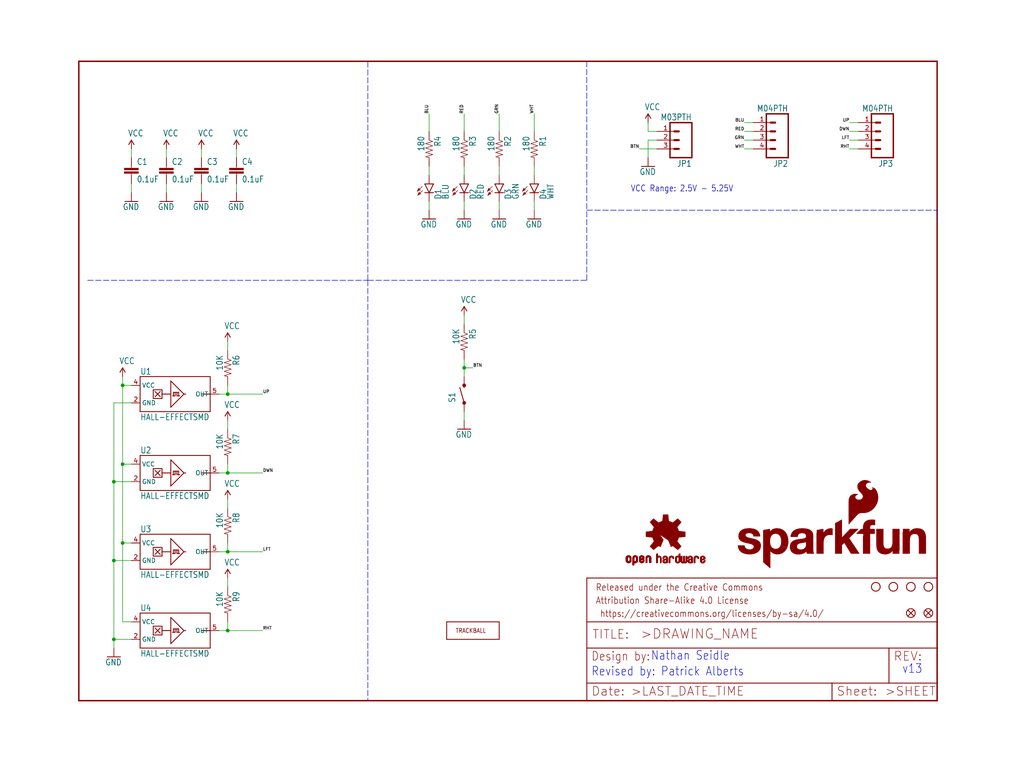
<source format=kicad_sch>
(kicad_sch (version 20211123) (generator eeschema)
  (paper "User" 297.002 223.926)
  (lib_symbols
    (symbol "eagleSchem-eagle-import:0.1UF-25V(+80{slash}-20%)(0603)"
      (property "Reference" "C" (at 1.524 2.921 0))
      (property "Value" "0.1UF-25V(+80{slash}-20%)(0603)" (at 1.524 -2.159 0))
      (symbol "0.1UF-25V(+80{slash}-20%)(0603)_1_0"
        (pin passive line (at 0 5.08 270) (length 2.54) (name "1") (number "1"))
        (pin passive line (at 0 -2.54 90) (length 2.54) (name "2") (number "2"))
      )
    )
    (symbol "eagleSchem-eagle-import:10KOHM1{slash}10W1%(0603)0603"
      (property "Reference" "R" (at -3.81 1.4986 0))
      (property "Value" "10KOHM1{slash}10W1%(0603)0603" (at -3.81 -3.302 0))
      (symbol "10KOHM1{slash}10W1%(0603)0603_1_0"
        (pin passive line (at -5.08 0 0) (length 2.54) (name "1") (number "1"))
        (pin passive line (at 5.08 0 180) (length 2.54) (name "2") (number "2"))
      )
    )
    (symbol "eagleSchem-eagle-import:180OHM1{slash}10W1%(0603)"
      (property "Reference" "R" (at -3.81 1.4986 0))
      (property "Value" "180OHM1{slash}10W1%(0603)" (at -3.81 -3.302 0))
      (symbol "180OHM1{slash}10W1%(0603)_1_0"
        (pin passive line (at -5.08 0 0) (length 2.54) (name "1") (number "1"))
        (pin passive line (at 5.08 0 180) (length 2.54) (name "2") (number "2"))
      )
    )
    (symbol "eagleSchem-eagle-import:FIDUCIAL1X2")
    (symbol "eagleSchem-eagle-import:FRAME-LETTER"
      (symbol "FRAME-LETTER_2_0"
        (text " https://creativecommons.org/licenses/by-sa/4.0/" (at 2.54 24.13 0) (effects (font (size 1.9304 1.6408)) (justify left bottom)))
        (text ">DRAWING_NAME" (at 15.494 17.78 0) (effects (font (size 2.7432 2.7432)) (justify left bottom)))
        (text ">LAST_DATE_TIME" (at 12.7 1.27 0) (effects (font (size 2.54 2.54)) (justify left bottom)))
        (text ">SHEET" (at 86.36 1.27 0) (effects (font (size 2.54 2.54)) (justify left bottom)))
        (text "Attribution Share-Alike 4.0 License" (at 2.54 27.94 0) (effects (font (size 1.9304 1.6408)) (justify left bottom)))
        (text "Date:" (at 1.27 1.27 0) (effects (font (size 2.54 2.54)) (justify left bottom)))
        (text "Design by:" (at 1.27 11.43 0) (effects (font (size 2.54 2.159)) (justify left bottom)))
        (text "Released under the Creative Commons" (at 2.54 31.75 0) (effects (font (size 1.9304 1.6408)) (justify left bottom)))
        (text "REV:" (at 88.9 11.43 0) (effects (font (size 2.54 2.54)) (justify left bottom)))
        (text "Sheet:" (at 72.39 1.27 0) (effects (font (size 2.54 2.54)) (justify left bottom)))
        (text "TITLE:" (at 1.524 17.78 0) (effects (font (size 2.54 2.54)) (justify left bottom)))
      )
    )
    (symbol "eagleSchem-eagle-import:GND" (power)
      (property "Value" "GND" (at -2.54 -2.54 0))
      (symbol "GND_1_0"
        (pin power_in line (at 0 2.54 270) (length 2.54) (name "GND") (number "1"))
      )
    )
    (symbol "eagleSchem-eagle-import:HALL-EFFECTSMD"
      (property "Value" "HALL-EFFECTSMD" (at -10.16 -7.62 0))
      (symbol "HALL-EFFECTSMD_1_0"
        (pin bidirectional line (at -12.7 -2.54 0) (length 2.54) (name "GND") (number "2"))
        (pin bidirectional line (at -12.7 2.54 0) (length 2.54) (name "VCC") (number "4"))
        (pin bidirectional line (at 12.7 0 180) (length 2.54) (name "OUT") (number "5"))
      )
    )
    (symbol "eagleSchem-eagle-import:LED-BLUE0603"
      (property "Reference" "D" (at 3.556 -4.572 90))
      (property "Value" "LED-BLUE0603" (at 5.715 -4.572 90))
      (symbol "LED-BLUE0603_1_0"
        (pin passive line (at 0 2.54 270) (length 2.54) (name "A") (number "A"))
        (pin passive line (at 0 -5.08 90) (length 2.54) (name "C") (number "C"))
      )
    )
    (symbol "eagleSchem-eagle-import:LED-GREEN0603"
      (property "Reference" "D" (at 3.556 -4.572 90))
      (property "Value" "LED-GREEN0603" (at 5.715 -4.572 90))
      (symbol "LED-GREEN0603_1_0"
        (pin passive line (at 0 2.54 270) (length 2.54) (name "A") (number "A"))
        (pin passive line (at 0 -5.08 90) (length 2.54) (name "C") (number "C"))
      )
    )
    (symbol "eagleSchem-eagle-import:LED-RED0603"
      (property "Reference" "D" (at 3.556 -4.572 90))
      (property "Value" "LED-RED0603" (at 5.715 -4.572 90))
      (symbol "LED-RED0603_1_0"
        (pin passive line (at 0 2.54 270) (length 2.54) (name "A") (number "A"))
        (pin passive line (at 0 -5.08 90) (length 2.54) (name "C") (number "C"))
      )
    )
    (symbol "eagleSchem-eagle-import:LED-WHITE0603"
      (property "Reference" "D" (at 3.556 -4.572 90))
      (property "Value" "LED-WHITE0603" (at 5.715 -4.572 90))
      (symbol "LED-WHITE0603_1_0"
        (pin passive line (at 0 2.54 270) (length 2.54) (name "A") (number "A"))
        (pin passive line (at 0 -5.08 90) (length 2.54) (name "C") (number "C"))
      )
    )
    (symbol "eagleSchem-eagle-import:M03PTH"
      (property "Reference" "JP" (at -2.54 5.842 0))
      (property "Value" "M03PTH" (at -2.54 -7.62 0))
      (symbol "M03PTH_1_0"
        (pin passive line (at 7.62 -2.54 180) (length 5.08) (name "1") (number "1"))
        (pin passive line (at 7.62 0 180) (length 5.08) (name "2") (number "2"))
        (pin passive line (at 7.62 2.54 180) (length 5.08) (name "3") (number "3"))
      )
    )
    (symbol "eagleSchem-eagle-import:M04PTH"
      (property "Reference" "JP" (at -5.08 8.382 0))
      (property "Value" "M04PTH" (at -5.08 -7.62 0))
      (symbol "M04PTH_1_0"
        (pin passive line (at 5.08 -2.54 180) (length 5.08) (name "1") (number "1"))
        (pin passive line (at 5.08 0 180) (length 5.08) (name "2") (number "2"))
        (pin passive line (at 5.08 2.54 180) (length 5.08) (name "3") (number "3"))
        (pin passive line (at 5.08 5.08 180) (length 5.08) (name "4") (number "4"))
      )
    )
    (symbol "eagleSchem-eagle-import:OSHW-LOGOS")
    (symbol "eagleSchem-eagle-import:SFE_LOGO_NAME_FLAME.2_INCH")
    (symbol "eagleSchem-eagle-import:STAND-OFF")
    (symbol "eagleSchem-eagle-import:SWITCH-MOMENTARY-2SMD-2"
      (property "Reference" "S" (at -2.54 2.54 0))
      (property "Value" "SWITCH-MOMENTARY-2SMD-2" (at -2.54 -2.54 0))
      (symbol "SWITCH-MOMENTARY-2SMD-2_1_0"
        (pin passive line (at 5.08 0 180) (length 2.54) (name "2") (number "1"))
        (pin passive line (at -5.08 0 0) (length 2.54) (name "1") (number "2"))
      )
    )
    (symbol "eagleSchem-eagle-import:TRACKBALLMECH"
      (symbol "TRACKBALLMECH_1_0"
        (text "TRACKBALL" (at -5.08 -0.762 0) (effects (font (size 1.27 1.0795)) (justify left bottom)))
      )
    )
    (symbol "eagleSchem-eagle-import:VCC" (power)
      (property "Value" "VCC" (at -1.016 3.556 0))
      (symbol "VCC_1_0"
        (pin power_in line (at 0 0 90) (length 2.54) (name "VCC") (number "1"))
      )
    )
  )
  (junction (at 33.02 162.56))
  (junction (at 134.62 106.68))
  (junction (at 35.56 157.48))
  (junction (at 35.56 111.76))
  (junction (at 66.04 160.02))
  (junction (at 66.04 137.16))
  (junction (at 35.56 134.62))
  (junction (at 66.04 114.3))
  (junction (at 33.02 139.7))
  (junction (at 66.04 182.88))
  (junction (at 33.02 185.42))
  (wire (pts (xy 154.94 60.96) (xy 154.94 58.42)))
  (wire (pts (xy 38.1 162.56) (xy 33.02 162.56)))
  (wire (pts (xy 33.02 185.42) (xy 33.02 187.96)))
  (wire (pts (xy 66.04 180.34) (xy 66.04 182.88)))
  (polyline (pts (xy 170.18 81.28) (xy 170.18 60.96)))
  (wire (pts (xy 63.5 182.88) (xy 66.04 182.88)))
  (wire (pts (xy 134.62 106.68) (xy 134.62 109.22)))
  (wire (pts (xy 134.62 106.68) (xy 137.16 106.68)))
  (wire (pts (xy 190.5 38.1) (xy 187.96 38.1)))
  (wire (pts (xy 66.04 114.3) (xy 76.2 114.3)))
  (wire (pts (xy 218.44 40.64) (xy 215.9 40.64)))
  (wire (pts (xy 218.44 38.1) (xy 215.9 38.1)))
  (wire (pts (xy 248.92 40.64) (xy 246.38 40.64)))
  (wire (pts (xy 66.04 99.06) (xy 66.04 101.6)))
  (wire (pts (xy 68.58 55.88) (xy 68.58 53.34)))
  (wire (pts (xy 63.5 137.16) (xy 66.04 137.16)))
  (wire (pts (xy 144.78 60.96) (xy 144.78 58.42)))
  (wire (pts (xy 58.42 55.88) (xy 58.42 53.34)))
  (wire (pts (xy 66.04 137.16) (xy 76.2 137.16)))
  (wire (pts (xy 66.04 182.88) (xy 76.2 182.88)))
  (wire (pts (xy 38.1 139.7) (xy 33.02 139.7)))
  (wire (pts (xy 38.1 111.76) (xy 35.56 111.76)))
  (wire (pts (xy 38.1 116.84) (xy 33.02 116.84)))
  (polyline (pts (xy 271.78 60.96) (xy 271.78 63.5)))
  (wire (pts (xy 134.62 93.98) (xy 134.62 91.44)))
  (wire (pts (xy 66.04 111.76) (xy 66.04 114.3)))
  (wire (pts (xy 248.92 43.18) (xy 246.38 43.18)))
  (wire (pts (xy 187.96 40.64) (xy 187.96 45.72)))
  (wire (pts (xy 134.62 119.38) (xy 134.62 121.92)))
  (wire (pts (xy 33.02 139.7) (xy 33.02 162.56)))
  (wire (pts (xy 35.56 134.62) (xy 35.56 111.76)))
  (wire (pts (xy 48.26 43.18) (xy 48.26 45.72)))
  (wire (pts (xy 35.56 111.76) (xy 35.56 109.22)))
  (polyline (pts (xy 170.18 60.96) (xy 271.78 60.96)))
  (wire (pts (xy 38.1 55.88) (xy 38.1 53.34)))
  (wire (pts (xy 68.58 43.18) (xy 68.58 45.72)))
  (wire (pts (xy 48.26 55.88) (xy 48.26 53.34)))
  (wire (pts (xy 58.42 43.18) (xy 58.42 45.72)))
  (wire (pts (xy 38.1 180.34) (xy 35.56 180.34)))
  (wire (pts (xy 63.5 160.02) (xy 66.04 160.02)))
  (wire (pts (xy 187.96 38.1) (xy 187.96 35.56)))
  (wire (pts (xy 144.78 38.1) (xy 144.78 33.02)))
  (polyline (pts (xy 170.18 17.78) (xy 170.18 60.96)))
  (wire (pts (xy 38.1 134.62) (xy 35.56 134.62)))
  (wire (pts (xy 66.04 167.64) (xy 66.04 170.18)))
  (wire (pts (xy 33.02 162.56) (xy 33.02 185.42)))
  (wire (pts (xy 248.92 35.56) (xy 246.38 35.56)))
  (wire (pts (xy 66.04 157.48) (xy 66.04 160.02)))
  (wire (pts (xy 38.1 185.42) (xy 33.02 185.42)))
  (wire (pts (xy 154.94 48.26) (xy 154.94 50.8)))
  (wire (pts (xy 218.44 35.56) (xy 215.9 35.56)))
  (wire (pts (xy 185.42 43.18) (xy 190.5 43.18)))
  (wire (pts (xy 134.62 50.8) (xy 134.62 48.26)))
  (wire (pts (xy 134.62 60.96) (xy 134.62 58.42)))
  (wire (pts (xy 144.78 50.8) (xy 144.78 48.26)))
  (wire (pts (xy 190.5 40.64) (xy 187.96 40.64)))
  (wire (pts (xy 66.04 121.92) (xy 66.04 124.46)))
  (wire (pts (xy 248.92 38.1) (xy 246.38 38.1)))
  (wire (pts (xy 63.5 114.3) (xy 66.04 114.3)))
  (wire (pts (xy 66.04 134.62) (xy 66.04 137.16)))
  (wire (pts (xy 33.02 116.84) (xy 33.02 139.7)))
  (wire (pts (xy 124.46 38.1) (xy 124.46 33.02)))
  (polyline (pts (xy 106.68 81.28) (xy 170.18 81.28)))
  (wire (pts (xy 66.04 144.78) (xy 66.04 147.32)))
  (wire (pts (xy 134.62 104.14) (xy 134.62 106.68)))
  (wire (pts (xy 124.46 50.8) (xy 124.46 48.26)))
  (polyline (pts (xy 106.68 81.28) (xy 106.68 203.2)))
  (wire (pts (xy 38.1 157.48) (xy 35.56 157.48)))
  (wire (pts (xy 66.04 160.02) (xy 76.2 160.02)))
  (polyline (pts (xy 106.68 81.28) (xy 106.68 17.78)))
  (wire (pts (xy 134.62 38.1) (xy 134.62 33.02)))
  (polyline (pts (xy 25.4 81.28) (xy 106.68 81.28)))
  (wire (pts (xy 35.56 180.34) (xy 35.56 157.48)))
  (wire (pts (xy 154.94 38.1) (xy 154.94 33.02)))
  (wire (pts (xy 35.56 157.48) (xy 35.56 134.62)))
  (wire (pts (xy 124.46 60.96) (xy 124.46 58.42)))
  (wire (pts (xy 218.44 43.18) (xy 215.9 43.18)))
  (wire (pts (xy 38.1 43.18) (xy 38.1 45.72)))
  (text "VCC Range: 2.5V - 5.25V" (at 182.88 55.88 180) (effects (font (size 1.778 1.5113)) (justify left bottom)))
  (text "Revised by: Patrick Alberts" (at 171.45 196.342 180) (effects (font (size 2.54 2.159)) (justify left bottom)))
  (text "Nathan Seidle" (at 188.722 191.77 180) (effects (font (size 2.54 2.159)) (justify left bottom)))
  (text "v13" (at 261.62 195.58 180) (effects (font (size 2.54 2.159)) (justify left bottom)))
  (label "LFT" (at 76.2 160.02 0) (effects (font (size 0.889 0.889))))
  (label "RED" (at 215.9 38.1 180) (effects (font (size 0.889 0.889))))
  (label "RED" (at 134.62 33.02 90) (effects (font (size 0.889 0.889))))
  (label "BTN" (at 185.42 43.18 180) (effects (font (size 0.889 0.889))))
  (label "GRN" (at 144.78 33.02 90) (effects (font (size 0.889 0.889))))
  (label "DWN" (at 76.2 137.16 0) (effects (font (size 0.889 0.889))))
  (label "LFT" (at 246.38 40.64 180) (effects (font (size 0.889 0.889))))
  (label "DWN" (at 246.38 38.1 180) (effects (font (size 0.889 0.889))))
  (label "RHT" (at 76.2 182.88 0) (effects (font (size 0.889 0.889))))
  (label "GRN" (at 215.9 40.64 180) (effects (font (size 0.889 0.889))))
  (label "RHT" (at 246.38 43.18 180) (effects (font (size 0.889 0.889))))
  (label "UP" (at 246.38 35.56 180) (effects (font (size 0.889 0.889))))
  (label "BTN" (at 137.16 106.68 0) (effects (font (size 0.889 0.889))))
  (label "BLU" (at 124.46 33.02 90) (effects (font (size 0.889 0.889))))
  (label "UP" (at 76.2 114.3 0) (effects (font (size 0.889 0.889))))
  (label "BLU" (at 215.9 35.56 180) (effects (font (size 0.889 0.889))))
  (label "WHT" (at 215.9 43.18 180) (effects (font (size 0.889 0.889))))
  (label "WHT" (at 154.94 33.02 90) (effects (font (size 0.889 0.889))))
  (symbol (lib_id "eagleSchem-eagle-import:HALL-EFFECTSMD") (at 50.8 160.02 0) (unit 1)
    (property "Reference" "U3" (at 40.64 154.432 0) (effects (font (size 1.778 1.5113)) (justify left bottom)))
    (property "Value" "HALL-EFFECTSMD" (at 40.64 167.64 0) (effects (font (size 1.778 1.5113)) (justify left bottom)))
    (property "Footprint" "eagleSchem:SC70" (effects hide))
  )
  (symbol (lib_id "eagleSchem-eagle-import:FIDUCIAL1X2") (at 264.16 177.8 0) (unit 1)
    (property "Reference" "E$2" (effects hide))
    (property "Value" "FIDUCIAL1X2" (effects hide))
    (property "Footprint" "eagleSchem:FIDUCIAL-1X2" (effects hide))
  )
  (symbol (lib_id "eagleSchem-eagle-import:OSHW-LOGOS") (at 193.04 154.94 0) (unit 1)
    (property "Reference" "LOGO2" (effects hide))
    (property "Value" "OSHW-LOGOS" (effects hide))
    (property "Footprint" "eagleSchem:OSHW-LOGO-S" (effects hide))
  )
  (symbol (lib_id "eagleSchem-eagle-import:TRACKBALLMECH") (at 137.16 182.88 0) (unit 1)
    (property "Reference" "U$3" (effects hide))
    (property "Value" "TRACKBALLMECH" (effects hide))
    (property "Footprint" "eagleSchem:TRACKBALL" (effects hide))
  )
  (symbol (lib_id "eagleSchem-eagle-import:HALL-EFFECTSMD") (at 50.8 137.16 0) (unit 1)
    (property "Reference" "U2" (at 40.64 131.572 0) (effects (font (size 1.778 1.5113)) (justify left bottom)))
    (property "Value" "HALL-EFFECTSMD" (at 40.64 144.78 0) (effects (font (size 1.778 1.5113)) (justify left bottom)))
    (property "Footprint" "eagleSchem:SC70" (effects hide))
  )
  (symbol (lib_id "eagleSchem-eagle-import:STAND-OFF") (at 269.24 170.18 0) (unit 1)
    (property "Reference" "U$14" (effects hide))
    (property "Value" "STAND-OFF" (effects hide))
    (property "Footprint" "eagleSchem:STAND-OFF" (effects hide))
  )
  (symbol (lib_id "eagleSchem-eagle-import:VCC") (at 66.04 167.64 0) (unit 1)
    (property "Reference" "#P+10" (effects hide))
    (property "Value" "VCC" (at 65.024 164.084 0) (effects (font (size 1.778 1.5113)) (justify left bottom)))
    (property "Footprint" "eagleSchem:" (effects hide))
  )
  (symbol (lib_id "eagleSchem-eagle-import:10KOHM1{slash}10W1%(0603)0603") (at 66.04 129.54 270) (unit 1)
    (property "Reference" "R7" (at 67.5386 125.73 0) (effects (font (size 1.778 1.5113)) (justify left bottom)))
    (property "Value" "10K" (at 62.738 125.73 0) (effects (font (size 1.778 1.5113)) (justify left bottom)))
    (property "Footprint" "eagleSchem:0603-RES" (effects hide))
  )
  (symbol (lib_id "eagleSchem-eagle-import:GND") (at 134.62 124.46 0) (unit 1)
    (property "Reference" "#GND10" (effects hide))
    (property "Value" "GND" (at 132.08 127 0) (effects (font (size 1.778 1.5113)) (justify left bottom)))
    (property "Footprint" "eagleSchem:" (effects hide))
  )
  (symbol (lib_id "eagleSchem-eagle-import:180OHM1{slash}10W1%(0603)") (at 154.94 43.18 270) (unit 1)
    (property "Reference" "R1" (at 156.4386 39.37 0) (effects (font (size 1.778 1.5113)) (justify left bottom)))
    (property "Value" "180" (at 151.638 39.37 0) (effects (font (size 1.778 1.5113)) (justify left bottom)))
    (property "Footprint" "eagleSchem:0603-RES" (effects hide))
  )
  (symbol (lib_id "eagleSchem-eagle-import:10KOHM1{slash}10W1%(0603)0603") (at 66.04 152.4 270) (unit 1)
    (property "Reference" "R8" (at 67.5386 148.59 0) (effects (font (size 1.778 1.5113)) (justify left bottom)))
    (property "Value" "10K" (at 62.738 148.59 0) (effects (font (size 1.778 1.5113)) (justify left bottom)))
    (property "Footprint" "eagleSchem:0603-RES" (effects hide))
  )
  (symbol (lib_id "eagleSchem-eagle-import:STAND-OFF") (at 264.16 170.18 0) (unit 1)
    (property "Reference" "U$11" (effects hide))
    (property "Value" "STAND-OFF" (effects hide))
    (property "Footprint" "eagleSchem:STAND-OFF" (effects hide))
  )
  (symbol (lib_id "eagleSchem-eagle-import:HALL-EFFECTSMD") (at 50.8 114.3 0) (unit 1)
    (property "Reference" "U1" (at 40.64 108.712 0) (effects (font (size 1.778 1.5113)) (justify left bottom)))
    (property "Value" "HALL-EFFECTSMD" (at 40.64 121.92 0) (effects (font (size 1.778 1.5113)) (justify left bottom)))
    (property "Footprint" "eagleSchem:SC70" (effects hide))
  )
  (symbol (lib_id "eagleSchem-eagle-import:GND") (at 154.94 63.5 0) (unit 1)
    (property "Reference" "#GND9" (effects hide))
    (property "Value" "GND" (at 152.4 66.04 0) (effects (font (size 1.778 1.5113)) (justify left bottom)))
    (property "Footprint" "eagleSchem:" (effects hide))
  )
  (symbol (lib_id "eagleSchem-eagle-import:0.1UF-25V(+80{slash}-20%)(0603)") (at 38.1 50.8 0) (unit 1)
    (property "Reference" "C1" (at 39.624 47.879 0) (effects (font (size 1.778 1.5113)) (justify left bottom)))
    (property "Value" "0.1uF" (at 39.624 52.959 0) (effects (font (size 1.778 1.5113)) (justify left bottom)))
    (property "Footprint" "eagleSchem:0603-CAP" (effects hide))
  )
  (symbol (lib_id "eagleSchem-eagle-import:GND") (at 48.26 58.42 0) (unit 1)
    (property "Reference" "#GND2" (effects hide))
    (property "Value" "GND" (at 45.72 60.96 0) (effects (font (size 1.778 1.5113)) (justify left bottom)))
    (property "Footprint" "eagleSchem:" (effects hide))
  )
  (symbol (lib_id "eagleSchem-eagle-import:LED-RED0603") (at 134.62 53.34 0) (unit 1)
    (property "Reference" "D2" (at 138.176 57.912 90) (effects (font (size 1.778 1.5113)) (justify left bottom)))
    (property "Value" "RED" (at 140.335 57.912 90) (effects (font (size 1.778 1.5113)) (justify left bottom)))
    (property "Footprint" "eagleSchem:LED-0603" (effects hide))
  )
  (symbol (lib_id "eagleSchem-eagle-import:180OHM1{slash}10W1%(0603)") (at 124.46 43.18 270) (unit 1)
    (property "Reference" "R4" (at 125.9586 39.37 0) (effects (font (size 1.778 1.5113)) (justify left bottom)))
    (property "Value" "180" (at 121.158 39.37 0) (effects (font (size 1.778 1.5113)) (justify left bottom)))
    (property "Footprint" "eagleSchem:0603-RES" (effects hide))
  )
  (symbol (lib_id "eagleSchem-eagle-import:VCC") (at 48.26 43.18 0) (unit 1)
    (property "Reference" "#P+2" (effects hide))
    (property "Value" "VCC" (at 47.244 39.624 0) (effects (font (size 1.778 1.5113)) (justify left bottom)))
    (property "Footprint" "eagleSchem:" (effects hide))
  )
  (symbol (lib_id "eagleSchem-eagle-import:VCC") (at 66.04 144.78 0) (unit 1)
    (property "Reference" "#P+9" (effects hide))
    (property "Value" "VCC" (at 65.024 141.224 0) (effects (font (size 1.778 1.5113)) (justify left bottom)))
    (property "Footprint" "eagleSchem:" (effects hide))
  )
  (symbol (lib_id "eagleSchem-eagle-import:0.1UF-25V(+80{slash}-20%)(0603)") (at 48.26 50.8 0) (unit 1)
    (property "Reference" "C2" (at 49.784 47.879 0) (effects (font (size 1.778 1.5113)) (justify left bottom)))
    (property "Value" "0.1uF" (at 49.784 52.959 0) (effects (font (size 1.778 1.5113)) (justify left bottom)))
    (property "Footprint" "eagleSchem:0603-CAP" (effects hide))
  )
  (symbol (lib_id "eagleSchem-eagle-import:GND") (at 134.62 63.5 0) (unit 1)
    (property "Reference" "#GND7" (effects hide))
    (property "Value" "GND" (at 132.08 66.04 0) (effects (font (size 1.778 1.5113)) (justify left bottom)))
    (property "Footprint" "eagleSchem:" (effects hide))
  )
  (symbol (lib_id "eagleSchem-eagle-import:180OHM1{slash}10W1%(0603)") (at 134.62 43.18 270) (unit 1)
    (property "Reference" "R3" (at 136.1186 39.37 0) (effects (font (size 1.778 1.5113)) (justify left bottom)))
    (property "Value" "180" (at 131.318 39.37 0) (effects (font (size 1.778 1.5113)) (justify left bottom)))
    (property "Footprint" "eagleSchem:0603-RES" (effects hide))
  )
  (symbol (lib_id "eagleSchem-eagle-import:M04PTH") (at 223.52 38.1 180) (unit 1)
    (property "Reference" "JP2" (at 228.6 46.482 0) (effects (font (size 1.778 1.5113)) (justify left bottom)))
    (property "Value" "M04PTH" (at 228.6 30.48 0) (effects (font (size 1.778 1.5113)) (justify left bottom)))
    (property "Footprint" "eagleSchem:1X04" (effects hide))
  )
  (symbol (lib_id "eagleSchem-eagle-import:10KOHM1{slash}10W1%(0603)0603") (at 66.04 106.68 270) (unit 1)
    (property "Reference" "R6" (at 67.5386 102.87 0) (effects (font (size 1.778 1.5113)) (justify left bottom)))
    (property "Value" "10K" (at 62.738 102.87 0) (effects (font (size 1.778 1.5113)) (justify left bottom)))
    (property "Footprint" "eagleSchem:0603-RES" (effects hide))
  )
  (symbol (lib_id "eagleSchem-eagle-import:10KOHM1{slash}10W1%(0603)0603") (at 134.62 99.06 270) (unit 1)
    (property "Reference" "R5" (at 136.1186 95.25 0) (effects (font (size 1.778 1.5113)) (justify left bottom)))
    (property "Value" "10K" (at 131.318 95.25 0) (effects (font (size 1.778 1.5113)) (justify left bottom)))
    (property "Footprint" "eagleSchem:0603-RES" (effects hide))
  )
  (symbol (lib_id "eagleSchem-eagle-import:VCC") (at 35.56 109.22 0) (unit 1)
    (property "Reference" "#P+5" (effects hide))
    (property "Value" "VCC" (at 34.544 105.664 0) (effects (font (size 1.778 1.5113)) (justify left bottom)))
    (property "Footprint" "eagleSchem:" (effects hide))
  )
  (symbol (lib_id "eagleSchem-eagle-import:VCC") (at 68.58 43.18 0) (unit 1)
    (property "Reference" "#P+4" (effects hide))
    (property "Value" "VCC" (at 67.564 39.624 0) (effects (font (size 1.778 1.5113)) (justify left bottom)))
    (property "Footprint" "eagleSchem:" (effects hide))
  )
  (symbol (lib_id "eagleSchem-eagle-import:VCC") (at 66.04 121.92 0) (unit 1)
    (property "Reference" "#P+7" (effects hide))
    (property "Value" "VCC" (at 65.024 118.364 0) (effects (font (size 1.778 1.5113)) (justify left bottom)))
    (property "Footprint" "eagleSchem:" (effects hide))
  )
  (symbol (lib_id "eagleSchem-eagle-import:FRAME-LETTER") (at 170.18 203.2 0) (unit 2)
    (property "Reference" "FRAME1" (effects hide))
    (property "Value" "FRAME-LETTER" (effects hide))
    (property "Footprint" "eagleSchem:CREATIVE_COMMONS" (effects hide))
  )
  (symbol (lib_id "eagleSchem-eagle-import:10KOHM1{slash}10W1%(0603)0603") (at 66.04 175.26 270) (unit 1)
    (property "Reference" "R9" (at 67.5386 171.45 0) (effects (font (size 1.778 1.5113)) (justify left bottom)))
    (property "Value" "10K" (at 62.738 171.45 0) (effects (font (size 1.778 1.5113)) (justify left bottom)))
    (property "Footprint" "eagleSchem:0603-RES" (effects hide))
  )
  (symbol (lib_id "eagleSchem-eagle-import:M03PTH") (at 198.12 40.64 180) (unit 1)
    (property "Reference" "JP1" (at 200.66 46.482 0) (effects (font (size 1.778 1.5113)) (justify left bottom)))
    (property "Value" "M03PTH" (at 200.66 33.02 0) (effects (font (size 1.778 1.5113)) (justify left bottom)))
    (property "Footprint" "eagleSchem:1X03" (effects hide))
  )
  (symbol (lib_id "eagleSchem-eagle-import:GND") (at 187.96 48.26 0) (unit 1)
    (property "Reference" "#GND11" (effects hide))
    (property "Value" "GND" (at 185.42 50.8 0) (effects (font (size 1.778 1.5113)) (justify left bottom)))
    (property "Footprint" "eagleSchem:" (effects hide))
  )
  (symbol (lib_id "eagleSchem-eagle-import:GND") (at 144.78 63.5 0) (unit 1)
    (property "Reference" "#GND8" (effects hide))
    (property "Value" "GND" (at 142.24 66.04 0) (effects (font (size 1.778 1.5113)) (justify left bottom)))
    (property "Footprint" "eagleSchem:" (effects hide))
  )
  (symbol (lib_id "eagleSchem-eagle-import:FIDUCIAL1X2") (at 269.24 177.8 0) (unit 1)
    (property "Reference" "E$1" (effects hide))
    (property "Value" "FIDUCIAL1X2" (effects hide))
    (property "Footprint" "eagleSchem:FIDUCIAL-1X2" (effects hide))
  )
  (symbol (lib_id "eagleSchem-eagle-import:GND") (at 33.02 190.5 0) (unit 1)
    (property "Reference" "#GND5" (effects hide))
    (property "Value" "GND" (at 30.48 193.04 0) (effects (font (size 1.778 1.5113)) (justify left bottom)))
    (property "Footprint" "eagleSchem:" (effects hide))
  )
  (symbol (lib_id "eagleSchem-eagle-import:GND") (at 68.58 58.42 0) (unit 1)
    (property "Reference" "#GND4" (effects hide))
    (property "Value" "GND" (at 66.04 60.96 0) (effects (font (size 1.778 1.5113)) (justify left bottom)))
    (property "Footprint" "eagleSchem:" (effects hide))
  )
  (symbol (lib_id "eagleSchem-eagle-import:STAND-OFF") (at 259.08 170.18 0) (unit 1)
    (property "Reference" "U$8" (effects hide))
    (property "Value" "STAND-OFF" (effects hide))
    (property "Footprint" "eagleSchem:STAND-OFF" (effects hide))
  )
  (symbol (lib_id "eagleSchem-eagle-import:VCC") (at 58.42 43.18 0) (unit 1)
    (property "Reference" "#P+3" (effects hide))
    (property "Value" "VCC" (at 57.404 39.624 0) (effects (font (size 1.778 1.5113)) (justify left bottom)))
    (property "Footprint" "eagleSchem:" (effects hide))
  )
  (symbol (lib_id "eagleSchem-eagle-import:GND") (at 58.42 58.42 0) (unit 1)
    (property "Reference" "#GND3" (effects hide))
    (property "Value" "GND" (at 55.88 60.96 0) (effects (font (size 1.778 1.5113)) (justify left bottom)))
    (property "Footprint" "eagleSchem:" (effects hide))
  )
  (symbol (lib_id "eagleSchem-eagle-import:HALL-EFFECTSMD") (at 50.8 182.88 0) (unit 1)
    (property "Reference" "U4" (at 40.64 177.292 0) (effects (font (size 1.778 1.5113)) (justify left bottom)))
    (property "Value" "HALL-EFFECTSMD" (at 40.64 190.5 0) (effects (font (size 1.778 1.5113)) (justify left bottom)))
    (property "Footprint" "eagleSchem:SC70" (effects hide))
  )
  (symbol (lib_id "eagleSchem-eagle-import:0.1UF-25V(+80{slash}-20%)(0603)") (at 68.58 50.8 0) (unit 1)
    (property "Reference" "C4" (at 70.104 47.879 0) (effects (font (size 1.778 1.5113)) (justify left bottom)))
    (property "Value" "0.1uF" (at 70.104 52.959 0) (effects (font (size 1.778 1.5113)) (justify left bottom)))
    (property "Footprint" "eagleSchem:0603-CAP" (effects hide))
  )
  (symbol (lib_id "eagleSchem-eagle-import:LED-GREEN0603") (at 144.78 53.34 0) (unit 1)
    (property "Reference" "D3" (at 148.336 57.912 90) (effects (font (size 1.778 1.5113)) (justify left bottom)))
    (property "Value" "GRN" (at 150.495 57.912 90) (effects (font (size 1.778 1.5113)) (justify left bottom)))
    (property "Footprint" "eagleSchem:LED-0603" (effects hide))
  )
  (symbol (lib_id "eagleSchem-eagle-import:SFE_LOGO_NAME_FLAME.2_INCH") (at 213.36 165.1 0) (unit 1)
    (property "Reference" "LOGO1" (effects hide))
    (property "Value" "SFE_LOGO_NAME_FLAME.2_INCH" (effects hide))
    (property "Footprint" "eagleSchem:SFE_LOGO_NAME_FLAME_.2" (effects hide))
  )
  (symbol (lib_id "eagleSchem-eagle-import:LED-BLUE0603") (at 124.46 53.34 0) (unit 1)
    (property "Reference" "D1" (at 128.016 57.912 90) (effects (font (size 1.778 1.5113)) (justify left bottom)))
    (property "Value" "BLU" (at 130.175 57.912 90) (effects (font (size 1.778 1.5113)) (justify left bottom)))
    (property "Footprint" "eagleSchem:LED-0603" (effects hide))
  )
  (symbol (lib_id "eagleSchem-eagle-import:VCC") (at 134.62 91.44 0) (unit 1)
    (property "Reference" "#P+6" (effects hide))
    (property "Value" "VCC" (at 133.604 87.884 0) (effects (font (size 1.778 1.5113)) (justify left bottom)))
    (property "Footprint" "eagleSchem:" (effects hide))
  )
  (symbol (lib_id "eagleSchem-eagle-import:M04PTH") (at 254 38.1 180) (unit 1)
    (property "Reference" "JP3" (at 259.08 46.482 0) (effects (font (size 1.778 1.5113)) (justify left bottom)))
    (property "Value" "M04PTH" (at 259.08 30.48 0) (effects (font (size 1.778 1.5113)) (justify left bottom)))
    (property "Footprint" "eagleSchem:1X04" (effects hide))
  )
  (symbol (lib_id "eagleSchem-eagle-import:LED-WHITE0603") (at 154.94 53.34 0) (unit 1)
    (property "Reference" "D4" (at 158.496 57.912 90) (effects (font (size 1.778 1.5113)) (justify left bottom)))
    (property "Value" "WHT" (at 160.655 57.912 90) (effects (font (size 1.778 1.5113)) (justify left bottom)))
    (property "Footprint" "eagleSchem:LED-0603" (effects hide))
  )
  (symbol (lib_id "eagleSchem-eagle-import:180OHM1{slash}10W1%(0603)") (at 144.78 43.18 270) (unit 1)
    (property "Reference" "R2" (at 146.2786 39.37 0) (effects (font (size 1.778 1.5113)) (justify left bottom)))
    (property "Value" "180" (at 141.478 39.37 0) (effects (font (size 1.778 1.5113)) (justify left bottom)))
    (property "Footprint" "eagleSchem:0603-RES" (effects hide))
  )
  (symbol (lib_id "eagleSchem-eagle-import:GND") (at 124.46 63.5 0) (unit 1)
    (property "Reference" "#GND6" (effects hide))
    (property "Value" "GND" (at 121.92 66.04 0) (effects (font (size 1.778 1.5113)) (justify left bottom)))
    (property "Footprint" "eagleSchem:" (effects hide))
  )
  (symbol (lib_id "eagleSchem-eagle-import:FRAME-LETTER") (at 22.86 203.2 0) (unit 1)
    (property "Reference" "FRAME1" (effects hide))
    (property "Value" "FRAME-LETTER" (effects hide))
    (property "Footprint" "eagleSchem:CREATIVE_COMMONS" (effects hide))
  )
  (symbol (lib_id "eagleSchem-eagle-import:VCC") (at 66.04 99.06 0) (unit 1)
    (property "Reference" "#P+8" (effects hide))
    (property "Value" "VCC" (at 65.024 95.504 0) (effects (font (size 1.778 1.5113)) (justify left bottom)))
    (property "Footprint" "eagleSchem:" (effects hide))
  )
  (symbol (lib_id "eagleSchem-eagle-import:0.1UF-25V(+80{slash}-20%)(0603)") (at 58.42 50.8 0) (unit 1)
    (property "Reference" "C3" (at 59.944 47.879 0) (effects (font (size 1.778 1.5113)) (justify left bottom)))
    (property "Value" "0.1uF" (at 59.944 52.959 0) (effects (font (size 1.778 1.5113)) (justify left bottom)))
    (property "Footprint" "eagleSchem:0603-CAP" (effects hide))
  )
  (symbol (lib_id "eagleSchem-eagle-import:VCC") (at 38.1 43.18 0) (unit 1)
    (property "Reference" "#P+1" (effects hide))
    (property "Value" "VCC" (at 37.084 39.624 0) (effects (font (size 1.778 1.5113)) (justify left bottom)))
    (property "Footprint" "eagleSchem:" (effects hide))
  )
  (symbol (lib_id "eagleSchem-eagle-import:STAND-OFF") (at 254 170.18 0) (unit 1)
    (property "Reference" "U$1" (effects hide))
    (property "Value" "STAND-OFF" (effects hide))
    (property "Footprint" "eagleSchem:STAND-OFF" (effects hide))
  )
  (symbol (lib_id "eagleSchem-eagle-import:VCC") (at 187.96 35.56 0) (unit 1)
    (property "Reference" "#P+11" (effects hide))
    (property "Value" "VCC" (at 186.944 32.004 0) (effects (font (size 1.778 1.5113)) (justify left bottom)))
    (property "Footprint" "eagleSchem:" (effects hide))
  )
  (symbol (lib_id "eagleSchem-eagle-import:GND") (at 38.1 58.42 0) (unit 1)
    (property "Reference" "#GND1" (effects hide))
    (property "Value" "GND" (at 35.56 60.96 0) (effects (font (size 1.778 1.5113)) (justify left bottom)))
    (property "Footprint" "eagleSchem:" (effects hide))
  )
  (symbol (lib_id "eagleSchem-eagle-import:SWITCH-MOMENTARY-2SMD-2") (at 134.62 114.3 90) (unit 1)
    (property "Reference" "S1" (at 132.08 116.84 0) (effects (font (size 1.778 1.5113)) (justify left bottom)))
    (property "Value" "SWITCH-MOMENTARY-2SMD-2" (effects hide))
    (property "Footprint" "eagleSchem:TACTILE_SWITCH_SMD-2" (effects hide))
  )
)
</source>
